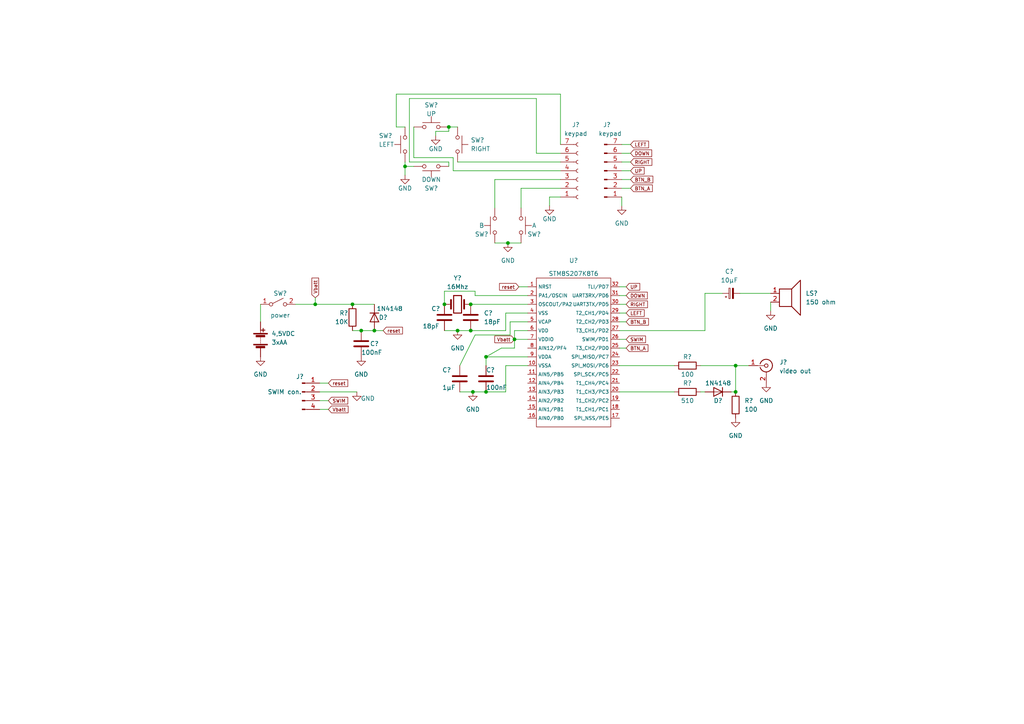
<source format=kicad_sch>
(kicad_sch (version 20211123) (generator eeschema)
  (paper "A4")
  (lib_symbols
    (symbol "Connector:Conn_01x04_Male" (pin_names (offset 1.016) hide)
      (property "Reference" "J" (at 0 5.08 0))
      (property "Value" "Conn_01x04_Male" (at 0 -7.62 0))
      (symbol "Conn_01x04_Male_1_1"
        (polyline (pts (xy 1.27 -5.08) (xy 0.8636 -5.08)) (stroke (width 0.1524)))
        (polyline (pts (xy 1.27 -2.54) (xy 0.8636 -2.54)) (stroke (width 0.1524)))
        (polyline (pts (xy 1.27 0) (xy 0.8636 0)) (stroke (width 0.1524)))
        (polyline (pts (xy 1.27 2.54) (xy 0.8636 2.54)) (stroke (width 0.1524)))
        (rectangle (start 0.8636 -4.953) (end 0 -5.207) (stroke (width 0.1524)) (fill (type outline)))
        (rectangle (start 0.8636 -2.413) (end 0 -2.667) (stroke (width 0.1524)) (fill (type outline)))
        (rectangle (start 0.8636 0.127) (end 0 -0.127) (stroke (width 0.1524)) (fill (type outline)))
        (rectangle (start 0.8636 2.667) (end 0 2.413) (stroke (width 0.1524)) (fill (type outline)))
        (pin passive line (at 5.08 2.54 180) (length 3.81) (name "Pin_1") (number "1"))
        (pin passive line (at 5.08 0 180) (length 3.81) (name "Pin_2") (number "2"))
        (pin passive line (at 5.08 -2.54 180) (length 3.81) (name "Pin_3") (number "3"))
        (pin passive line (at 5.08 -5.08 180) (length 3.81) (name "Pin_4") (number "4"))
      )
    )
    (symbol "Connector:Conn_01x07_Female" (pin_names (offset 1.016) hide)
      (property "Reference" "J" (at 0 10.16 0))
      (property "Value" "Conn_01x07_Female" (at 0 -10.16 0))
      (symbol "Conn_01x07_Female_1_1"
        (arc (start 0 -7.112) (mid -0.508 -7.62) (end 0 -8.128) (stroke (width 0.1524)))
        (arc (start 0 -4.572) (mid -0.508 -5.08) (end 0 -5.588) (stroke (width 0.1524)))
        (arc (start 0 -2.032) (mid -0.508 -2.54) (end 0 -3.048) (stroke (width 0.1524)))
        (polyline (pts (xy -1.27 -7.62) (xy -0.508 -7.62)) (stroke (width 0.1524)))
        (polyline (pts (xy -1.27 -5.08) (xy -0.508 -5.08)) (stroke (width 0.1524)))
        (polyline (pts (xy -1.27 -2.54) (xy -0.508 -2.54)) (stroke (width 0.1524)))
        (polyline (pts (xy -1.27 0) (xy -0.508 0)) (stroke (width 0.1524)))
        (polyline (pts (xy -1.27 2.54) (xy -0.508 2.54)) (stroke (width 0.1524)))
        (polyline (pts (xy -1.27 5.08) (xy -0.508 5.08)) (stroke (width 0.1524)))
        (polyline (pts (xy -1.27 7.62) (xy -0.508 7.62)) (stroke (width 0.1524)))
        (arc (start 0 0.508) (mid -0.508 0) (end 0 -0.508) (stroke (width 0.1524)))
        (arc (start 0 3.048) (mid -0.508 2.54) (end 0 2.032) (stroke (width 0.1524)))
        (arc (start 0 5.588) (mid -0.508 5.08) (end 0 4.572) (stroke (width 0.1524)))
        (arc (start 0 8.128) (mid -0.508 7.62) (end 0 7.112) (stroke (width 0.1524)))
        (pin passive line (at -5.08 7.62 0) (length 3.81) (name "Pin_1") (number "1"))
        (pin passive line (at -5.08 5.08 0) (length 3.81) (name "Pin_2") (number "2"))
        (pin passive line (at -5.08 2.54 0) (length 3.81) (name "Pin_3") (number "3"))
        (pin passive line (at -5.08 0 0) (length 3.81) (name "Pin_4") (number "4"))
        (pin passive line (at -5.08 -2.54 0) (length 3.81) (name "Pin_5") (number "5"))
        (pin passive line (at -5.08 -5.08 0) (length 3.81) (name "Pin_6") (number "6"))
        (pin passive line (at -5.08 -7.62 0) (length 3.81) (name "Pin_7") (number "7"))
      )
    )
    (symbol "Connector:Conn_01x07_Male" (pin_names (offset 1.016) hide)
      (property "Reference" "J" (at 0 10.16 0))
      (property "Value" "Conn_01x07_Male" (at 0 -10.16 0))
      (symbol "Conn_01x07_Male_1_1"
        (polyline (pts (xy 1.27 -7.62) (xy 0.8636 -7.62)) (stroke (width 0.1524)))
        (polyline (pts (xy 1.27 -5.08) (xy 0.8636 -5.08)) (stroke (width 0.1524)))
        (polyline (pts (xy 1.27 -2.54) (xy 0.8636 -2.54)) (stroke (width 0.1524)))
        (polyline (pts (xy 1.27 0) (xy 0.8636 0)) (stroke (width 0.1524)))
        (polyline (pts (xy 1.27 2.54) (xy 0.8636 2.54)) (stroke (width 0.1524)))
        (polyline (pts (xy 1.27 5.08) (xy 0.8636 5.08)) (stroke (width 0.1524)))
        (polyline (pts (xy 1.27 7.62) (xy 0.8636 7.62)) (stroke (width 0.1524)))
        (rectangle (start 0.8636 -7.493) (end 0 -7.747) (stroke (width 0.1524)) (fill (type outline)))
        (rectangle (start 0.8636 -4.953) (end 0 -5.207) (stroke (width 0.1524)) (fill (type outline)))
        (rectangle (start 0.8636 -2.413) (end 0 -2.667) (stroke (width 0.1524)) (fill (type outline)))
        (rectangle (start 0.8636 0.127) (end 0 -0.127) (stroke (width 0.1524)) (fill (type outline)))
        (rectangle (start 0.8636 2.667) (end 0 2.413) (stroke (width 0.1524)) (fill (type outline)))
        (rectangle (start 0.8636 5.207) (end 0 4.953) (stroke (width 0.1524)) (fill (type outline)))
        (rectangle (start 0.8636 7.747) (end 0 7.493) (stroke (width 0.1524)) (fill (type outline)))
        (pin passive line (at 5.08 7.62 180) (length 3.81) (name "Pin_1") (number "1"))
        (pin passive line (at 5.08 5.08 180) (length 3.81) (name "Pin_2") (number "2"))
        (pin passive line (at 5.08 2.54 180) (length 3.81) (name "Pin_3") (number "3"))
        (pin passive line (at 5.08 0 180) (length 3.81) (name "Pin_4") (number "4"))
        (pin passive line (at 5.08 -2.54 180) (length 3.81) (name "Pin_5") (number "5"))
        (pin passive line (at 5.08 -5.08 180) (length 3.81) (name "Pin_6") (number "6"))
        (pin passive line (at 5.08 -7.62 180) (length 3.81) (name "Pin_7") (number "7"))
      )
    )
    (symbol "Connector:Conn_Coaxial" (pin_names (offset 1.016) hide)
      (property "Reference" "J" (at 0.254 3.048 0))
      (property "Value" "Conn_Coaxial" (at 2.921 0 90))
      (symbol "Conn_Coaxial_0_1"
        (arc (start -1.778 -0.508) (mid 0.2311 -1.8066) (end 1.778 0) (stroke (width 0.254)))
        (polyline (pts (xy -2.54 0) (xy -0.508 0)))
        (polyline (pts (xy 0 -2.54) (xy 0 -1.778)))
        (circle (center 0 0) (radius 0.508) (stroke (width 0.2032)))
        (arc (start 1.778 0) (mid 0.2099 1.8101) (end -1.778 0.508) (stroke (width 0.254)))
      )
      (symbol "Conn_Coaxial_1_1"
        (pin passive line (at -5.08 0 0) (length 2.54) (name "In") (number "1"))
        (pin passive line (at 0 -5.08 90) (length 2.54) (name "Ext") (number "2"))
      )
    )
    (symbol "Device:Battery" (pin_numbers hide) (pin_names (offset 0) hide)
      (property "Reference" "BT" (at 2.54 2.54 0))
      (property "Value" "Battery" (at 2.54 0 0))
      (symbol "Battery_0_1"
        (rectangle (start -2.032 -1.397) (end 2.032 -1.651) (fill (type outline)))
        (rectangle (start -2.032 1.778) (end 2.032 1.524) (fill (type outline)))
        (rectangle (start -1.3208 -1.9812) (end 1.27 -2.4892) (fill (type outline)))
        (rectangle (start -1.3208 1.1938) (end 1.27 0.6858) (fill (type outline)))
        (polyline (pts (xy 0 -1.524) (xy 0 -1.27)))
        (polyline (pts (xy 0 -1.016) (xy 0 -0.762)))
        (polyline (pts (xy 0 -0.508) (xy 0 -0.254)))
        (polyline (pts (xy 0 0) (xy 0 0.254)))
        (polyline (pts (xy 0 0.508) (xy 0 0.762)))
        (polyline (pts (xy 0 1.778) (xy 0 2.54)))
        (polyline (pts (xy 0.254 2.667) (xy 1.27 2.667)) (stroke (width 0.254)))
        (polyline (pts (xy 0.762 3.175) (xy 0.762 2.159)) (stroke (width 0.254)))
      )
      (symbol "Battery_1_1"
        (pin passive line (at 0 5.08 270) (length 2.54) (name "+") (number "1"))
        (pin passive line (at 0 -5.08 90) (length 2.54) (name "-") (number "2"))
      )
    )
    (symbol "Device:C" (pin_numbers hide) (pin_names (offset 0.254))
      (property "Reference" "C" (at 0.635 2.54 0))
      (property "Value" "C" (at 0.635 -2.54 0))
      (symbol "C_0_1"
        (polyline (pts (xy -2.032 -0.762) (xy 2.032 -0.762)) (stroke (width 0.508)))
        (polyline (pts (xy -2.032 0.762) (xy 2.032 0.762)) (stroke (width 0.508)))
      )
      (symbol "C_1_1"
        (pin passive line (at 0 3.81 270) (length 2.794) (name "~") (number "1"))
        (pin passive line (at 0 -3.81 90) (length 2.794) (name "~") (number "2"))
      )
    )
    (symbol "Device:C_Polarized_Small" (pin_numbers hide) (pin_names (offset 0.254) hide)
      (property "Reference" "C" (at 0.254 1.778 0))
      (property "Value" "C_Polarized_Small" (at 0.254 -2.032 0))
      (symbol "C_Polarized_Small_0_1"
        (rectangle (start -1.524 -0.3048) (end 1.524 -0.6858) (fill (type outline)))
        (rectangle (start -1.524 0.6858) (end 1.524 0.3048))
        (polyline (pts (xy -1.27 1.524) (xy -0.762 1.524)))
        (polyline (pts (xy -1.016 1.27) (xy -1.016 1.778)))
      )
      (symbol "C_Polarized_Small_1_1"
        (pin passive line (at 0 2.54 270) (length 1.8542) (name "~") (number "1"))
        (pin passive line (at 0 -2.54 90) (length 1.8542) (name "~") (number "2"))
      )
    )
    (symbol "Device:Crystal" (pin_numbers hide) (pin_names (offset 1.016) hide)
      (property "Reference" "Y" (at 0 3.81 0))
      (property "Value" "Crystal" (at 0 -3.81 0))
      (symbol "Crystal_0_1"
        (rectangle (start -1.143 2.54) (end 1.143 -2.54) (stroke (width 0.3048)))
        (polyline (pts (xy -2.54 0) (xy -1.905 0)))
        (polyline (pts (xy -1.905 -1.27) (xy -1.905 1.27)) (stroke (width 0.508)))
        (polyline (pts (xy 1.905 -1.27) (xy 1.905 1.27)) (stroke (width 0.508)))
        (polyline (pts (xy 2.54 0) (xy 1.905 0)))
      )
      (symbol "Crystal_1_1"
        (pin passive line (at -3.81 0 0) (length 1.27) (name "1") (number "1"))
        (pin passive line (at 3.81 0 180) (length 1.27) (name "2") (number "2"))
      )
    )
    (symbol "Device:R" (pin_numbers hide) (pin_names (offset 0))
      (property "Reference" "R" (at 2.032 0 90))
      (property "Value" "R" (at 0 0 90))
      (symbol "R_0_1"
        (rectangle (start -1.016 -2.54) (end 1.016 2.54) (stroke (width 0.254)))
      )
      (symbol "R_1_1"
        (pin passive line (at 0 3.81 270) (length 1.27) (name "~") (number "1"))
        (pin passive line (at 0 -3.81 90) (length 1.27) (name "~") (number "2"))
      )
    )
    (symbol "Device:Speaker" (pin_names (offset 0) hide)
      (property "Reference" "LS" (at 1.27 5.715 0))
      (property "Value" "Speaker" (at 1.27 3.81 0))
      (symbol "Speaker_0_0"
        (rectangle (start -2.54 1.27) (end 1.016 -3.81) (stroke (width 0.254)))
        (polyline (pts (xy 1.016 1.27) (xy 3.556 3.81) (xy 3.556 -6.35) (xy 1.016 -3.81)) (stroke (width 0.254)))
      )
      (symbol "Speaker_1_1"
        (pin input line (at -5.08 0 0) (length 2.54) (name "1") (number "1"))
        (pin input line (at -5.08 -2.54 0) (length 2.54) (name "2") (number "2"))
      )
    )
    (symbol "Diode:1N4148" (pin_numbers hide) (pin_names (offset 1.016) hide)
      (property "Reference" "D" (at 0 2.54 0))
      (property "Value" "1N4148" (at 0 -2.54 0))
      (symbol "1N4148_0_1"
        (polyline (pts (xy -1.27 1.27) (xy -1.27 -1.27)) (stroke (width 0.254)))
        (polyline (pts (xy 1.27 0) (xy -1.27 0)))
        (polyline (pts (xy 1.27 1.27) (xy 1.27 -1.27) (xy -1.27 0) (xy 1.27 1.27)) (stroke (width 0.254)))
      )
      (symbol "1N4148_1_1"
        (pin passive line (at -3.81 0 0) (length 2.54) (name "K") (number "1"))
        (pin passive line (at 3.81 0 180) (length 2.54) (name "A") (number "2"))
      )
    )
    (symbol "MCU_ST_STM8:STM8S207K8T6"
      (property "Reference" "U" (at 0 27.94 0))
      (property "Value" "STM8S207K8T6" (at 0 25.4 0))
      (symbol "STM8S207K8T6_0_1"
        (rectangle (start -10.16 24.13) (end 11.43 -19.05))
      )
      (symbol "STM8S207K8T6_1_1"
        (pin input line (at -12.7 21.59 0) (length 2.54) (name "NRST") (number "1"))
        (pin power_in line (at -12.7 -1.27 0) (length 2.54) (name "VSSA") (number "10"))
        (pin bidirectional line (at -12.7 -3.81 0) (length 2.54) (name "AIN5/PB5") (number "11"))
        (pin bidirectional line (at -12.7 -6.35 0) (length 2.54) (name "AIN4/PB4") (number "12"))
        (pin bidirectional line (at -12.7 -8.89 0) (length 2.54) (name "AIN3/PB3") (number "13"))
        (pin bidirectional line (at -12.7 -11.43 0) (length 2.54) (name "AIN2/PB2") (number "14"))
        (pin bidirectional line (at -12.7 -13.97 0) (length 2.54) (name "AIN1/PB1") (number "15"))
        (pin bidirectional line (at -12.7 -16.51 0) (length 2.54) (name "AIN0/PB0") (number "16"))
        (pin bidirectional line (at 13.97 -16.51 180) (length 2.54) (name "SPI_NSS/PE5") (number "17"))
        (pin bidirectional line (at 13.97 -13.97 180) (length 2.54) (name "T1_CH1/PC1") (number "18"))
        (pin bidirectional line (at 13.97 -11.43 180) (length 2.54) (name "T1_CH2/PC2") (number "19"))
        (pin bidirectional line (at -12.7 19.05 0) (length 2.54) (name "PA1/OSCIN") (number "2"))
        (pin bidirectional line (at 13.97 -8.89 180) (length 2.54) (name "T1_CH3/PC3") (number "20"))
        (pin bidirectional line (at 13.97 -6.35 180) (length 2.54) (name "T1_CH4/PC4") (number "21"))
        (pin bidirectional line (at 13.97 -3.81 180) (length 2.54) (name "SPI_SCK/PC5") (number "22"))
        (pin bidirectional line (at 13.97 -1.27 180) (length 2.54) (name "SPI_MOSI/PC6") (number "23"))
        (pin bidirectional line (at 13.97 1.27 180) (length 2.54) (name "SPI_MISO/PC7") (number "24"))
        (pin bidirectional line (at 13.97 3.81 180) (length 2.54) (name "T3_CH2/PD0") (number "25"))
        (pin bidirectional line (at 13.97 6.35 180) (length 2.54) (name "SWIM/PD1") (number "26"))
        (pin bidirectional line (at 13.97 8.89 180) (length 2.54) (name "T3_CH1/PD2") (number "27"))
        (pin bidirectional line (at 13.97 11.43 180) (length 2.54) (name "T2_CH2/PD3") (number "28"))
        (pin bidirectional line (at 13.97 13.97 180) (length 2.54) (name "T2_CH1/PD4") (number "29"))
        (pin bidirectional line (at -12.7 16.51 0) (length 2.54) (name "OSCOUT/PA2") (number "3"))
        (pin bidirectional line (at 13.97 16.51 180) (length 2.54) (name "UART3TX/PD5") (number "30"))
        (pin bidirectional line (at 13.97 19.05 180) (length 2.54) (name "UART3RX/PD6") (number "31"))
        (pin bidirectional line (at 13.97 21.59 180) (length 2.54) (name "TLI/PD7") (number "32"))
        (pin power_in line (at -12.7 13.97 0) (length 2.54) (name "VSS") (number "4"))
        (pin passive line (at -12.7 11.43 0) (length 2.54) (name "VCAP") (number "5"))
        (pin power_in line (at -12.7 8.89 0) (length 2.54) (name "VDD") (number "6"))
        (pin power_in line (at -12.7 6.35 0) (length 2.54) (name "VDDIO") (number "7"))
        (pin bidirectional line (at -12.7 3.81 0) (length 2.54) (name "AIN12/PF4") (number "8"))
        (pin power_in line (at -12.7 1.27 0) (length 2.54) (name "VDDA") (number "9"))
      )
    )
    (symbol "Switch:SW_MEC_5G" (pin_numbers hide) (pin_names (offset 1.016) hide)
      (property "Reference" "SW" (at 1.27 2.54 0))
      (property "Value" "SW_MEC_5G" (at 0 -1.524 0))
      (symbol "SW_MEC_5G_0_1"
        (circle (center -2.032 0) (radius 0.508))
        (polyline (pts (xy 0 1.27) (xy 0 3.048)))
        (polyline (pts (xy 2.54 1.27) (xy -2.54 1.27)))
        (circle (center 2.032 0) (radius 0.508))
        (pin passive line (at -5.08 0 0) (length 2.54) (name "A") (number "1"))
        (pin passive line (at 5.08 0 180) (length 2.54) (name "B") (number "3"))
      )
      (symbol "SW_MEC_5G_1_1"
        (pin passive line (at -5.08 0 0) (length 2.54) hide (name "A") (number "2"))
        (pin passive line (at 5.08 0 180) (length 2.54) hide (name "B") (number "4"))
      )
    )
    (symbol "Switch:SW_SPST" (pin_names (offset 0) hide)
      (property "Reference" "SW" (at 0 3.175 0))
      (property "Value" "SW_SPST" (at 0 -2.54 0))
      (symbol "SW_SPST_0_0"
        (circle (center -2.032 0) (radius 0.508))
        (polyline (pts (xy -1.524 0.254) (xy 1.524 1.778)))
        (circle (center 2.032 0) (radius 0.508))
      )
      (symbol "SW_SPST_1_1"
        (pin passive line (at -5.08 0 0) (length 2.54) (name "A") (number "1"))
        (pin passive line (at 5.08 0 180) (length 2.54) (name "B") (number "2"))
      )
    )
    (symbol "power:GND" (power) (pin_names (offset 0))
      (property "Value" "GND" (at 0 -3.81 0))
      (symbol "GND_0_1"
        (polyline (pts (xy 0 0) (xy 0 -1.27) (xy 1.27 -1.27) (xy 0 -2.54) (xy -1.27 -1.27) (xy 0 -1.27)))
      )
      (symbol "GND_1_1"
        (pin power_in line (at 0 0 270) (length 0) hide (name "GND") (number "1"))
      )
    )
  )
  (junction (at 128.905 88.265))
  (junction (at 213.36 106.045))
  (junction (at 102.235 88.265))
  (junction (at 140.97 103.505))
  (junction (at 104.775 95.885))
  (junction (at 136.525 88.265))
  (junction (at 136.525 95.885))
  (junction (at 91.44 88.265))
  (junction (at 137.16 113.665))
  (junction (at 149.225 98.425))
  (junction (at 130.175 36.83))
  (junction (at 117.475 48.26))
  (junction (at 213.36 113.665))
  (junction (at 132.715 95.885))
  (junction (at 140.97 113.665))
  (junction (at 108.585 95.885))
  (junction (at 147.32 70.485))
  (wire (pts (xy 92.71 116.205) (xy 95.25 116.205)))
  (wire (pts (xy 223.52 87.63) (xy 223.52 90.17)))
  (wire (pts (xy 147.955 93.345) (xy 153.035 93.345)))
  (wire (pts (xy 140.97 103.505) (xy 153.035 103.505)))
  (wire (pts (xy 140.97 113.665) (xy 146.685 113.665)))
  (wire (pts (xy 150.495 83.185) (xy 153.035 83.185)))
  (wire (pts (xy 92.71 111.125) (xy 95.25 111.125)))
  (wire (pts (xy 143.51 52.07) (xy 162.56 52.07)))
  (wire (pts (xy 180.34 44.45) (xy 182.88 44.45)))
  (wire (pts (xy 179.705 90.805) (xy 181.61 90.805)))
  (wire (pts (xy 155.575 44.45) (xy 162.56 44.45)))
  (wire (pts (xy 137.795 85.725) (xy 137.795 84.455)))
  (wire (pts (xy 118.745 28.575) (xy 155.575 28.575)))
  (wire (pts (xy 147.32 70.485) (xy 151.13 70.485)))
  (wire (pts (xy 143.51 70.485) (xy 147.32 70.485)))
  (wire (pts (xy 117.475 48.26) (xy 120.015 48.26)))
  (wire (pts (xy 153.035 106.045) (xy 146.685 106.045)))
  (wire (pts (xy 114.935 36.83) (xy 117.475 36.83)))
  (wire (pts (xy 146.685 90.805) (xy 146.685 95.885)))
  (wire (pts (xy 159.385 57.15) (xy 159.385 59.69)))
  (wire (pts (xy 140.97 103.505) (xy 140.97 106.045)))
  (wire (pts (xy 75.565 88.265) (xy 75.565 93.345)))
  (wire (pts (xy 133.35 113.665) (xy 137.16 113.665)))
  (wire (pts (xy 120.015 36.83) (xy 120.015 45.72)))
  (wire (pts (xy 120.015 45.72) (xy 131.445 45.72)))
  (wire (pts (xy 91.44 88.265) (xy 102.235 88.265)))
  (wire (pts (xy 203.2 113.665) (xy 204.47 113.665)))
  (wire (pts (xy 130.175 46.99) (xy 118.745 46.99)))
  (wire (pts (xy 147.955 97.155) (xy 147.955 93.345)))
  (wire (pts (xy 130.175 38.1) (xy 130.175 36.83)))
  (wire (pts (xy 149.225 98.425) (xy 149.225 95.885)))
  (wire (pts (xy 131.445 45.72) (xy 131.445 49.53)))
  (wire (pts (xy 213.36 106.045) (xy 213.36 113.665)))
  (wire (pts (xy 179.705 100.965) (xy 181.61 100.965)))
  (wire (pts (xy 213.36 106.045) (xy 217.17 106.045)))
  (wire (pts (xy 137.795 84.455) (xy 128.905 84.455)))
  (wire (pts (xy 180.34 49.53) (xy 182.88 49.53)))
  (wire (pts (xy 92.71 113.665) (xy 103.505 113.665)))
  (wire (pts (xy 85.725 88.265) (xy 91.44 88.265)))
  (wire (pts (xy 180.34 57.15) (xy 180.34 59.69)))
  (wire (pts (xy 102.235 88.265) (xy 108.585 88.265)))
  (wire (pts (xy 162.56 27.305) (xy 162.56 41.91)))
  (wire (pts (xy 137.16 113.665) (xy 140.97 113.665)))
  (wire (pts (xy 214.63 85.09) (xy 223.52 85.09)))
  (wire (pts (xy 108.585 95.885) (xy 111.125 95.885)))
  (wire (pts (xy 145.415 100.965) (xy 140.97 103.505)))
  (wire (pts (xy 128.905 95.885) (xy 132.715 95.885)))
  (wire (pts (xy 117.475 48.26) (xy 117.475 50.8)))
  (wire (pts (xy 153.035 85.725) (xy 137.795 85.725)))
  (wire (pts (xy 179.705 98.425) (xy 181.61 98.425)))
  (wire (pts (xy 155.575 28.575) (xy 155.575 44.45)))
  (wire (pts (xy 149.225 98.425) (xy 153.035 98.425)))
  (wire (pts (xy 179.705 88.265) (xy 181.61 88.265)))
  (wire (pts (xy 137.795 97.155) (xy 147.955 97.155)))
  (wire (pts (xy 179.705 95.885) (xy 204.47 95.885)))
  (wire (pts (xy 180.34 52.07) (xy 182.88 52.07)))
  (wire (pts (xy 145.415 100.965) (xy 149.225 100.965)))
  (wire (pts (xy 104.775 95.885) (xy 108.585 95.885)))
  (wire (pts (xy 118.745 46.99) (xy 118.745 28.575)))
  (wire (pts (xy 130.175 36.83) (xy 132.715 36.83)))
  (wire (pts (xy 153.035 90.805) (xy 146.685 90.805)))
  (wire (pts (xy 128.905 84.455) (xy 128.905 88.265)))
  (wire (pts (xy 114.935 27.305) (xy 162.56 27.305)))
  (wire (pts (xy 136.525 88.265) (xy 153.035 88.265)))
  (wire (pts (xy 212.09 113.665) (xy 213.36 113.665)))
  (wire (pts (xy 117.475 46.99) (xy 117.475 48.26)))
  (wire (pts (xy 180.34 54.61) (xy 182.88 54.61)))
  (wire (pts (xy 102.235 95.885) (xy 104.775 95.885)))
  (wire (pts (xy 180.34 46.99) (xy 182.88 46.99)))
  (wire (pts (xy 203.2 106.045) (xy 213.36 106.045)))
  (wire (pts (xy 179.705 113.665) (xy 195.58 113.665)))
  (wire (pts (xy 179.705 106.045) (xy 195.58 106.045)))
  (wire (pts (xy 143.51 60.325) (xy 143.51 52.07)))
  (wire (pts (xy 204.47 85.09) (xy 209.55 85.09)))
  (wire (pts (xy 92.71 118.745) (xy 95.25 118.745)))
  (wire (pts (xy 126.365 39.37) (xy 126.365 38.1)))
  (wire (pts (xy 132.715 46.99) (xy 162.56 46.99)))
  (wire (pts (xy 133.35 106.045) (xy 137.795 97.155)))
  (wire (pts (xy 130.175 48.26) (xy 130.175 46.99)))
  (wire (pts (xy 131.445 49.53) (xy 162.56 49.53)))
  (wire (pts (xy 149.225 100.965) (xy 149.225 98.425)))
  (wire (pts (xy 204.47 95.885) (xy 204.47 85.09)))
  (wire (pts (xy 91.44 86.36) (xy 91.44 88.265)))
  (wire (pts (xy 180.34 41.91) (xy 182.88 41.91)))
  (wire (pts (xy 151.13 60.325) (xy 151.13 54.61)))
  (wire (pts (xy 179.705 85.725) (xy 181.61 85.725)))
  (wire (pts (xy 151.13 54.61) (xy 162.56 54.61)))
  (wire (pts (xy 162.56 57.15) (xy 159.385 57.15)))
  (wire (pts (xy 149.225 95.885) (xy 153.035 95.885)))
  (wire (pts (xy 179.705 93.345) (xy 181.61 93.345)))
  (wire (pts (xy 146.685 95.885) (xy 136.525 95.885)))
  (wire (pts (xy 146.685 106.045) (xy 146.685 113.665)))
  (wire (pts (xy 179.705 83.185) (xy 181.61 83.185)))
  (wire (pts (xy 114.935 27.305) (xy 114.935 36.83)))
  (wire (pts (xy 126.365 38.1) (xy 130.175 38.1)))
  (wire (pts (xy 132.715 95.885) (xy 136.525 95.885)))
  (global_label "SWIM" (shape input) (at 95.25 116.205 0) (effects (font (size 1 1))) (property "Références Inter-Feuilles" "${INTERSHEET_REFS}" (effects hide)))
  (global_label "LEFT" (shape input) (at 181.61 90.805 0) (effects (font (size 1 1))) (property "Références Inter-Feuilles" "${INTERSHEET_REFS}" (effects hide)))
  (global_label "RIGHT" (shape input) (at 181.61 88.265 0) (effects (font (size 1 1))) (property "Références Inter-Feuilles" "${INTERSHEET_REFS}" (effects hide)))
  (global_label "BTN_B" (shape input) (at 181.61 93.345 0) (effects (font (size 1 1))) (property "Références Inter-Feuilles" "${INTERSHEET_REFS}" (effects hide)))
  (global_label "BTN_A" (shape input) (at 182.88 54.61 0) (effects (font (size 1 1))) (property "Références Inter-Feuilles" "${INTERSHEET_REFS}" (effects hide)))
  (global_label "reset" (shape input) (at 150.495 83.185 180) (effects (font (size 1 1))) (property "Références Inter-Feuilles" "${INTERSHEET_REFS}" (effects hide)))
  (global_label "SWIM" (shape input) (at 181.61 98.425 0) (effects (font (size 1 1))) (property "Références Inter-Feuilles" "${INTERSHEET_REFS}" (effects hide)))
  (global_label "Vbatt" (shape input) (at 91.44 86.36 90) (effects (font (size 1 1))) (property "Références Inter-Feuilles" "${INTERSHEET_REFS}" (effects hide)))
  (global_label "BTN_A" (shape input) (at 181.61 100.965 0) (effects (font (size 1 1))) (property "Références Inter-Feuilles" "${INTERSHEET_REFS}" (effects hide)))
  (global_label "reset" (shape input) (at 95.25 111.125 0) (effects (font (size 1 1))) (property "Références Inter-Feuilles" "${INTERSHEET_REFS}" (effects hide)))
  (global_label "RIGHT" (shape input) (at 182.88 46.99 0) (effects (font (size 1 1))) (property "Références Inter-Feuilles" "${INTERSHEET_REFS}" (effects hide)))
  (global_label "UP" (shape input) (at 182.88 49.53 0) (effects (font (size 1 1))) (property "Références Inter-Feuilles" "${INTERSHEET_REFS}" (effects hide)))
  (global_label "BTN_B" (shape input) (at 182.88 52.07 0) (effects (font (size 1 1))) (property "Références Inter-Feuilles" "${INTERSHEET_REFS}" (effects hide)))
  (global_label "Vbatt" (shape input) (at 95.25 118.745 0) (effects (font (size 1 1))) (property "Références Inter-Feuilles" "${INTERSHEET_REFS}" (effects hide)))
  (global_label "DOWN" (shape input) (at 181.61 85.725 0) (effects (font (size 1 1))) (property "Références Inter-Feuilles" "${INTERSHEET_REFS}" (effects hide)))
  (global_label "DOWN" (shape input) (at 182.88 44.45 0) (effects (font (size 1 1))) (property "Références Inter-Feuilles" "${INTERSHEET_REFS}" (effects hide)))
  (global_label "UP" (shape input) (at 181.61 83.185 0) (effects (font (size 1 1))) (property "Références Inter-Feuilles" "${INTERSHEET_REFS}" (effects hide)))
  (global_label "reset" (shape input) (at 111.125 95.885 0) (effects (font (size 1 1))) (property "Références Inter-Feuilles" "${INTERSHEET_REFS}" (effects hide)))
  (global_label "Vbatt" (shape input) (at 149.225 98.425 180) (effects (font (size 1 1))) (property "Références Inter-Feuilles" "${INTERSHEET_REFS}" (effects hide)))
  (global_label "LEFT" (shape input) (at 182.88 41.91 0) (effects (font (size 1 1))) (property "Références Inter-Feuilles" "${INTERSHEET_REFS}" (effects hide)))
  (symbol (lib_id "power:GND") (at 137.16 113.665 0) (unit 1)
    (property "Reference" "#PWR?" (effects hide))
    (property "Value" "GND" (at 137.16 118.745 0))
  )
  (symbol (lib_id "power:GND") (at 132.715 95.885 0) (unit 1)
    (property "Reference" "#PWR?" (effects hide))
    (property "Value" "GND" (at 132.715 100.965 0))
  )
  (symbol (lib_id "Device:R") (at 199.39 113.665 90) (unit 1)
    (property "Reference" "R?" (at 199.39 111.125 90))
    (property "Value" "510" (at 199.39 116.205 90))
  )
  (symbol (lib_id "Connector:Conn_Coaxial") (at 222.25 106.045 0) (unit 1)
    (property "Reference" "J?" (at 226.06 105.0681 0) (effects (justify left)))
    (property "Value" "video out" (at 226.06 107.6081 0) (effects (justify left)))
    (property "Datasheet" " ~" (effects hide))
  )
  (symbol (lib_id "power:GND") (at 159.385 59.69 0) (unit 1)
    (property "Reference" "#PWR?" (effects hide))
    (property "Value" "GND" (at 159.385 63.5 0))
  )
  (symbol (lib_id "power:GND") (at 222.25 111.125 0) (unit 1)
    (property "Reference" "#PWR?" (effects hide))
    (property "Value" "GND" (at 222.25 116.205 0))
  )
  (symbol (lib_id "Switch:SW_MEC_5G") (at 125.095 36.83 0) (unit 1)
    (property "Reference" "SW?" (at 125.095 30.48 0))
    (property "Value" "UP" (at 125.095 33.02 0))
    (property "Datasheet" "http://www.apem.com/int/index.php?controller=attachment&id_attachment=488" (effects hide))
  )
  (symbol (lib_id "power:GND") (at 75.565 103.505 0) (unit 1)
    (property "Reference" "#PWR?" (effects hide))
    (property "Value" "GND" (at 75.565 108.585 0))
  )
  (symbol (lib_id "power:GND") (at 223.52 90.17 0) (unit 1)
    (property "Reference" "#PWR?" (effects hide))
    (property "Value" "GND" (at 223.52 95.25 0))
  )
  (symbol (lib_id "Device:C") (at 128.905 92.075 0) (unit 1)
    (property "Reference" "C?" (at 125.095 89.535 0) (effects (justify left)))
    (property "Value" "18pF" (at 122.555 94.615 0) (effects (justify left)))
  )
  (symbol (lib_id "power:GND") (at 126.365 39.37 0) (unit 1)
    (property "Reference" "#PWR?" (effects hide))
    (property "Value" "GND" (at 126.365 43.18 0))
  )
  (symbol (lib_id "Device:C_Polarized_Small") (at 212.09 85.09 90) (unit 1)
    (property "Reference" "C?" (at 211.5439 78.74 90))
    (property "Value" "10µF" (at 211.5439 81.28 90))
  )
  (symbol (lib_id "Device:C") (at 133.35 109.855 0) (unit 1)
    (property "Reference" "C?" (at 128.27 107.315 0) (effects (justify left)))
    (property "Value" "1µF" (at 128.27 112.395 0) (effects (justify left)))
  )
  (symbol (lib_id "power:GND") (at 117.475 50.8 0) (unit 1)
    (property "Reference" "#PWR?" (effects hide))
    (property "Value" "GND" (at 117.475 54.61 0))
  )
  (symbol (lib_id "Device:Crystal") (at 132.715 88.265 180) (unit 1)
    (property "Reference" "Y?" (at 132.715 80.645 0))
    (property "Value" "16Mhz" (at 132.715 83.185 0))
  )
  (symbol (lib_id "Device:R") (at 102.235 92.075 0) (unit 1)
    (property "Reference" "R?" (at 98.425 90.805 0) (effects (justify left)))
    (property "Value" "10K" (at 97.155 93.345 0) (effects (justify left)))
  )
  (symbol (lib_id "MCU_ST_STM8:STM8S207K8T6") (at 165.735 104.775 0) (unit 1)
    (property "Reference" "U?" (at 166.37 75.565 0))
    (property "Value" "STM8S207K8T6" (at 166.37 79.375 0))
  )
  (symbol (lib_id "Connector:Conn_01x07_Male") (at 175.26 49.53 0) (mirror x) (unit 1)
    (property "Reference" "J?" (at 177.165 36.195 0) (effects (justify right)))
    (property "Value" "keypad" (at 180.34 38.735 0) (effects (justify right)))
  )
  (symbol (lib_id "Connector:Conn_01x07_Female") (at 167.64 49.53 0) (mirror x) (unit 1)
    (property "Reference" "J?" (at 167.005 36.195 0))
    (property "Value" "keypad" (at 167.005 38.735 0))
  )
  (symbol (lib_id "power:GND") (at 103.505 113.665 0) (unit 1)
    (property "Reference" "#PWR?" (effects hide))
    (property "Value" "GND" (at 106.68 115.57 0))
  )
  (symbol (lib_id "power:GND") (at 147.32 70.485 0) (unit 1)
    (property "Reference" "#PWR?" (effects hide))
    (property "Value" "GND" (at 147.32 75.565 0))
  )
  (symbol (lib_id "Device:Speaker") (at 228.6 85.09 0) (unit 1)
    (property "Reference" "LS?" (at 233.68 85.0899 0) (effects (justify left)))
    (property "Value" "150 ohm" (at 233.68 87.6299 0) (effects (justify left)))
  )
  (symbol (lib_id "Switch:SW_MEC_5G") (at 117.475 41.91 90) (unit 1)
    (property "Reference" "SW?" (at 109.855 39.37 90) (effects (justify right)))
    (property "Value" "LEFT" (at 109.855 41.91 90) (effects (justify right)))
    (property "Datasheet" "http://www.apem.com/int/index.php?controller=attachment&id_attachment=488" (effects hide))
  )
  (symbol (lib_id "Switch:SW_MEC_5G") (at 151.13 65.405 270) (unit 1)
    (property "Reference" "SW?" (at 154.94 67.945 90))
    (property "Value" "A" (at 154.94 65.405 90))
    (property "Datasheet" "http://www.apem.com/int/index.php?controller=attachment&id_attachment=488" (effects hide))
  )
  (symbol (lib_id "Device:R") (at 199.39 106.045 90) (unit 1)
    (property "Reference" "R?" (at 199.39 103.505 90))
    (property "Value" "100" (at 199.39 108.585 90))
  )
  (symbol (lib_id "Device:R") (at 213.36 117.475 180) (unit 1)
    (property "Reference" "R?" (at 215.9 116.2049 0) (effects (justify right)))
    (property "Value" "100" (at 215.9 118.7449 0) (effects (justify right)))
  )
  (symbol (lib_id "Device:C") (at 136.525 92.075 0) (unit 1)
    (property "Reference" "C?" (at 140.335 90.8049 0) (effects (justify left)))
    (property "Value" "18pF" (at 140.335 93.3449 0) (effects (justify left)))
  )
  (symbol (lib_id "Switch:SW_MEC_5G") (at 143.51 65.405 90) (unit 1)
    (property "Reference" "SW?" (at 139.7 67.945 90))
    (property "Value" "B" (at 139.7 65.405 90))
    (property "Datasheet" "http://www.apem.com/int/index.php?controller=attachment&id_attachment=488" (effects hide))
  )
  (symbol (lib_id "Diode:1N4148") (at 208.28 113.665 180) (unit 1)
    (property "Reference" "D?" (at 208.28 116.205 0))
    (property "Value" "1N4148" (at 208.28 111.125 0))
    (property "Footprint" "Diode_THT:D_DO-35_SOD27_P7.62mm_Horizontal" (effects hide))
    (property "Datasheet" "https://assets.nexperia.com/documents/data-sheet/1N4148_1N4448.pdf" (effects hide))
  )
  (symbol (lib_id "Switch:SW_MEC_5G") (at 132.715 41.91 270) (unit 1)
    (property "Reference" "SW?" (at 136.525 40.6399 90) (effects (justify left)))
    (property "Value" "RIGHT" (at 136.525 43.1799 90) (effects (justify left)))
    (property "Datasheet" "http://www.apem.com/int/index.php?controller=attachment&id_attachment=488" (effects hide))
  )
  (symbol (lib_id "Diode:1N4148") (at 108.585 92.075 270) (unit 1)
    (property "Reference" "D?" (at 109.855 92.075 90) (effects (justify left)))
    (property "Value" "1N4148" (at 109.22 89.535 90) (effects (justify left)))
    (property "Footprint" "Diode_THT:D_DO-35_SOD27_P7.62mm_Horizontal" (effects hide))
    (property "Datasheet" "https://assets.nexperia.com/documents/data-sheet/1N4148_1N4448.pdf" (effects hide))
  )
  (symbol (lib_id "Switch:SW_SPST") (at 80.645 88.265 0) (unit 1)
    (property "Reference" "SW?" (at 81.28 85.09 0))
    (property "Value" "power" (at 81.28 91.44 0))
  )
  (symbol (lib_id "Device:Battery") (at 75.565 98.425 0) (unit 1)
    (property "Reference" "4,5VDC" (at 78.74 96.7739 0) (effects (justify left)))
    (property "Value" "3xAA" (at 78.74 99.3139 0) (effects (justify left)))
  )
  (symbol (lib_id "power:GND") (at 213.36 121.285 0) (unit 1)
    (property "Reference" "#PWR?" (effects hide))
    (property "Value" "GND" (at 213.36 126.365 0))
  )
  (symbol (lib_id "Device:C") (at 140.97 109.855 0) (unit 1)
    (property "Reference" "C?" (at 140.97 107.315 0) (effects (justify left)))
    (property "Value" "100nF" (at 140.97 112.395 0) (effects (justify left)))
  )
  (symbol (lib_id "power:GND") (at 104.775 103.505 0) (unit 1)
    (property "Reference" "#PWR?" (effects hide))
    (property "Value" "GND" (at 104.775 108.585 0))
  )
  (symbol (lib_id "Device:C") (at 104.775 99.695 0) (unit 1)
    (property "Reference" "C?" (at 107.315 99.695 0) (effects (justify left)))
    (property "Value" "100nF" (at 104.775 102.235 0) (effects (justify left)))
  )
  (symbol (lib_id "Connector:Conn_01x04_Male") (at 87.63 113.665 0) (unit 1)
    (property "Reference" "J?" (at 86.995 109.22 0))
    (property "Value" "SWIM con." (at 82.55 113.665 0))
  )
  (symbol (lib_id "Switch:SW_MEC_5G") (at 125.095 48.26 180) (unit 1)
    (property "Reference" "SW?" (at 125.095 54.61 0))
    (property "Value" "DOWN" (at 125.095 52.07 0))
    (property "Datasheet" "http://www.apem.com/int/index.php?controller=attachment&id_attachment=488" (effects hide))
  )
  (symbol (lib_id "power:GND") (at 180.34 59.69 0) (unit 1)
    (property "Reference" "#PWR?" (effects hide))
    (property "Value" "GND" (at 180.34 64.77 0))
  )
)
</source>
